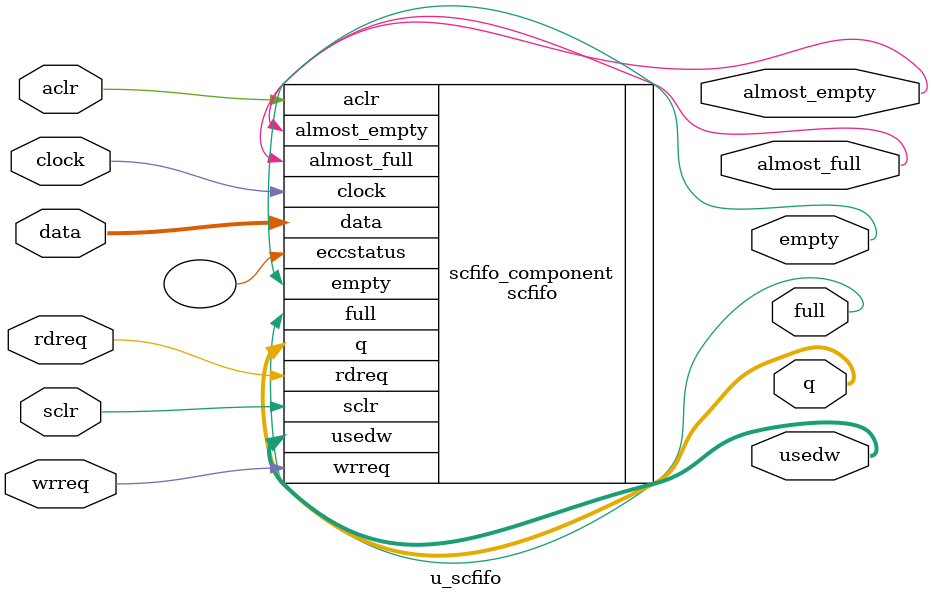
<source format=sv>



`timescale 1 ps / 1 ps
// synopsys translate_on
module  u_scfifo
    #(
        parameter   S_ADD_RAM_OUTPUT_REGISTER   = "OFF"                        ,    //"ON"    or  "OFF" 
        parameter   S_ENABLE_ECC		        = "FALSE"                      ,    //"TRUE"  or  "FALSE" 
        parameter   S_INTENDED_DEVICE_FAMILY    = "Agilex"                     ,    //"ON"    or  "OFF" 
        parameter   S_LPM_HINT                  = "RAM_BLOCK_TYPE = M20K"      ,    //"M20K"  or "MLAB" or "AUTO"
        parameter   S_LPM_NUM_WORDS             = 32                           ,   
        parameter   S_LPM_SHOWAHEAD             = "ON"                         ,    //"ON"    or  "OFF" 
        parameter   S_LPM_TYPE                  = "scfifo"                     ,    // scfifo
        parameter   S_LPM_WIDTH                 = 5                            ,
        parameter   S_LPM_WIDTHU                = $clog2(S_LPM_NUM_WORDS  )    ,
        parameter   S_OVERFLOW_CHECKING         = "ON"                         ,    //"ON"    or  "OFF" 
        parameter   S_UNDERFLOW_CHECKING        = "ON"                         ,    //"ON"    or  "OFF" 
        parameter   S_USE_EAB                   = "ON"                              //"ON"    or  "OFF" 
   
    )(
    input                         clock        ,
    input                         aclr         ,	
	input                         sclr         ,	
    input  [S_LPM_WIDTH - 1 : 0 ] data         ,
    input                         rdreq        ,
    input                         wrreq        ,
    output                        empty        ,
    output                        full         ,
	output                        almost_empty ,
	output                        almost_full  ,
    output [S_LPM_WIDTH  - 1  :0]     q        ,
    output [S_LPM_WIDTHU - 1 :0]  usedw          	
	
	);
    scfifo  scfifo_component (
                .clock        (clock       ),
                .data         (data        ),
                .rdreq        (rdreq       ),
                .wrreq        (wrreq       ),
                .empty        (empty       ),
                .full         (full        ),
                .q            (q           ),
                .usedw        (usedw       ),
                .aclr         (aclr        ),
                .almost_empty (almost_empty),
                .almost_full  (almost_full ),
                .eccstatus    (            ),
                .sclr         (sclr        )
				);
	
    defparam	
    scfifo_component.add_ram_output_register 	=  S_ADD_RAM_OUTPUT_REGISTER ,		
    scfifo_component.enable_ecc              	=  S_ENABLE_ECC		       ,
    scfifo_component.intended_device_family  	=  S_INTENDED_DEVICE_FAMILY  ,
    scfifo_component.lpm_hint                   =  S_LPM_HINT                ,
    scfifo_component.lpm_numwords               =  S_LPM_NUM_WORDS           ,
    scfifo_component.lpm_showahead              =  S_LPM_SHOWAHEAD           ,
    scfifo_component.lpm_type                   =  S_LPM_TYPE                ,
    scfifo_component.lpm_width                  =  S_LPM_WIDTH               ,
    scfifo_component.lpm_widthu                 =  S_LPM_WIDTHU              ,
    scfifo_component.overflow_checking          =  S_OVERFLOW_CHECKING       ,
    scfifo_component.underflow_checking         =  S_UNDERFLOW_CHECKING      ,
    scfifo_component.use_eab                    =  S_USE_EAB                 ;

endmodule              
</source>
